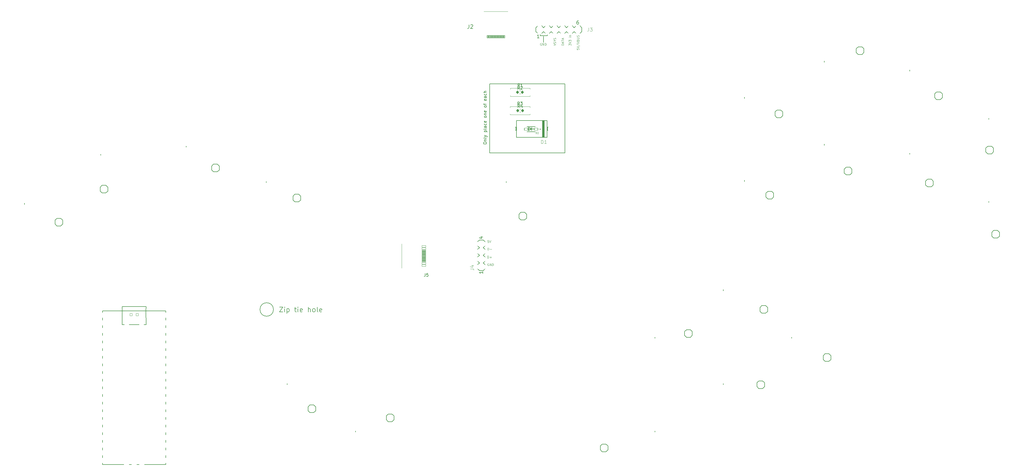
<source format=gto>
%TF.GenerationSoftware,KiCad,Pcbnew,7.0.1*%
%TF.CreationDate,2023-04-12T17:14:02-06:00*%
%TF.ProjectId,OF1 v1,4f463120-7631-42e6-9b69-6361645f7063,rev?*%
%TF.SameCoordinates,Original*%
%TF.FileFunction,Legend,Top*%
%TF.FilePolarity,Positive*%
%FSLAX46Y46*%
G04 Gerber Fmt 4.6, Leading zero omitted, Abs format (unit mm)*
G04 Created by KiCad (PCBNEW 7.0.1) date 2023-04-12 17:14:02*
%MOMM*%
%LPD*%
G01*
G04 APERTURE LIST*
G04 Aperture macros list*
%AMRoundRect*
0 Rectangle with rounded corners*
0 $1 Rounding radius*
0 $2 $3 $4 $5 $6 $7 $8 $9 X,Y pos of 4 corners*
0 Add a 4 corners polygon primitive as box body*
4,1,4,$2,$3,$4,$5,$6,$7,$8,$9,$2,$3,0*
0 Add four circle primitives for the rounded corners*
1,1,$1+$1,$2,$3*
1,1,$1+$1,$4,$5*
1,1,$1+$1,$6,$7*
1,1,$1+$1,$8,$9*
0 Add four rect primitives between the rounded corners*
20,1,$1+$1,$2,$3,$4,$5,0*
20,1,$1+$1,$4,$5,$6,$7,0*
20,1,$1+$1,$6,$7,$8,$9,0*
20,1,$1+$1,$8,$9,$2,$3,0*%
%AMFreePoly0*
4,1,17,0.425901,0.806901,0.806901,0.425901,0.825500,0.381000,0.825500,-0.381000,0.806901,-0.425901,0.425901,-0.806901,0.381000,-0.825500,-0.381000,-0.825500,-0.425901,-0.806901,-0.806901,-0.425901,-0.825500,-0.381000,-0.825500,0.381000,-0.806901,0.425901,-0.425901,0.806901,-0.381000,0.825500,0.381000,0.825500,0.425901,0.806901,0.425901,0.806901,$1*%
G04 Aperture macros list end*
%ADD10C,0.200000*%
%ADD11C,0.065024*%
%ADD12C,0.142240*%
%ADD13C,0.114300*%
%ADD14C,0.127000*%
%ADD15C,0.150000*%
%ADD16C,0.044941*%
%ADD17C,0.152400*%
%ADD18C,0.120000*%
%ADD19C,0.020000*%
%ADD20O,3.175000X1.651000*%
%ADD21C,3.000000*%
%ADD22C,1.701800*%
%ADD23C,3.987800*%
%ADD24C,2.374900*%
%ADD25FreePoly0,0.000000*%
%ADD26O,4.622800X2.374900*%
%ADD27C,9.000000*%
%ADD28C,8.000000*%
%ADD29RoundRect,0.063500X0.605000X0.365000X-0.605000X0.365000X-0.605000X-0.365000X0.605000X-0.365000X0*%
%ADD30RoundRect,0.200000X-0.200000X-0.275000X0.200000X-0.275000X0.200000X0.275000X-0.200000X0.275000X0*%
%ADD31C,8.500000*%
%ADD32C,0.650000*%
%ADD33RoundRect,0.063500X-0.150000X-0.450000X0.150000X-0.450000X0.150000X0.450000X-0.150000X0.450000X0*%
%ADD34C,0.777000*%
%ADD35O,0.877000X1.627000*%
%ADD36C,1.600000*%
%ADD37O,1.600000X1.600000*%
%ADD38C,1.500000*%
%ADD39C,2.100000*%
%ADD40O,3.327000X1.727000*%
%ADD41O,1.727000X3.327000*%
%ADD42RoundRect,0.063500X-0.400000X-0.400000X0.400000X-0.400000X0.400000X0.400000X-0.400000X0.400000X0*%
%ADD43RoundRect,0.063500X-0.620000X0.300000X-0.620000X-0.300000X0.620000X-0.300000X0.620000X0.300000X0*%
%ADD44RoundRect,0.063500X-0.620000X0.150000X-0.620000X-0.150000X0.620000X-0.150000X0.620000X0.150000X0*%
%ADD45O,2.227000X1.127000*%
%ADD46O,1.927000X1.127000*%
%ADD47O,1.651000X3.175000*%
G04 APERTURE END LIST*
D10*
X73737165Y-125753600D02*
G75*
G03*
X73737165Y-125753600I-2236065J0D01*
G01*
X145501100Y-50753600D02*
X170501100Y-50753600D01*
X170501100Y-50753600D02*
X170501100Y-73753600D01*
X170501100Y-73753600D02*
X145501100Y-73753600D01*
X162272621Y-34794232D02*
X164674246Y-34794232D01*
X145501100Y-73753600D02*
X145501100Y-50753600D01*
X164706284Y-33815094D02*
X164690587Y-33799397D01*
X163421272Y-34948854D02*
X163421272Y-36958357D01*
X164691100Y-34802747D02*
X164691100Y-34410263D01*
X162272621Y-34378054D02*
X162272621Y-34801935D01*
D11*
X145220615Y-110496176D02*
X145149398Y-110460568D01*
X145149398Y-110460568D02*
X145042573Y-110460568D01*
X145042573Y-110460568D02*
X144935748Y-110496176D01*
X144935748Y-110496176D02*
X144864531Y-110567393D01*
X144864531Y-110567393D02*
X144828922Y-110638610D01*
X144828922Y-110638610D02*
X144793314Y-110781043D01*
X144793314Y-110781043D02*
X144793314Y-110887868D01*
X144793314Y-110887868D02*
X144828922Y-111030302D01*
X144828922Y-111030302D02*
X144864531Y-111101519D01*
X144864531Y-111101519D02*
X144935748Y-111172736D01*
X144935748Y-111172736D02*
X145042573Y-111208344D01*
X145042573Y-111208344D02*
X145113789Y-111208344D01*
X145113789Y-111208344D02*
X145220615Y-111172736D01*
X145220615Y-111172736D02*
X145256223Y-111137127D01*
X145256223Y-111137127D02*
X145256223Y-110887868D01*
X145256223Y-110887868D02*
X145113789Y-110887868D01*
X145576698Y-111208344D02*
X145576698Y-110460568D01*
X145576698Y-110460568D02*
X146003999Y-111208344D01*
X146003999Y-111208344D02*
X146003999Y-110460568D01*
X146360082Y-111208344D02*
X146360082Y-110460568D01*
X146360082Y-110460568D02*
X146538124Y-110460568D01*
X146538124Y-110460568D02*
X146644949Y-110496176D01*
X146644949Y-110496176D02*
X146716166Y-110567393D01*
X146716166Y-110567393D02*
X146751775Y-110638610D01*
X146751775Y-110638610D02*
X146787383Y-110781043D01*
X146787383Y-110781043D02*
X146787383Y-110887868D01*
X146787383Y-110887868D02*
X146751775Y-111030302D01*
X146751775Y-111030302D02*
X146716166Y-111101519D01*
X146716166Y-111101519D02*
X146644949Y-111172736D01*
X146644949Y-111172736D02*
X146538124Y-111208344D01*
X146538124Y-111208344D02*
X146360082Y-111208344D01*
X171793932Y-37993174D02*
X171793932Y-37530265D01*
X171793932Y-37530265D02*
X172078799Y-37779524D01*
X172078799Y-37779524D02*
X172078799Y-37672699D01*
X172078799Y-37672699D02*
X172114407Y-37601482D01*
X172114407Y-37601482D02*
X172150016Y-37565874D01*
X172150016Y-37565874D02*
X172221232Y-37530265D01*
X172221232Y-37530265D02*
X172399274Y-37530265D01*
X172399274Y-37530265D02*
X172470491Y-37565874D01*
X172470491Y-37565874D02*
X172506100Y-37601482D01*
X172506100Y-37601482D02*
X172541708Y-37672699D01*
X172541708Y-37672699D02*
X172541708Y-37886349D01*
X172541708Y-37886349D02*
X172506100Y-37957566D01*
X172506100Y-37957566D02*
X172470491Y-37993174D01*
X171793932Y-37316615D02*
X172541708Y-37067356D01*
X172541708Y-37067356D02*
X171793932Y-36818097D01*
X171793932Y-36640055D02*
X171793932Y-36177146D01*
X171793932Y-36177146D02*
X172078799Y-36426405D01*
X172078799Y-36426405D02*
X172078799Y-36319580D01*
X172078799Y-36319580D02*
X172114407Y-36248363D01*
X172114407Y-36248363D02*
X172150016Y-36212755D01*
X172150016Y-36212755D02*
X172221232Y-36177146D01*
X172221232Y-36177146D02*
X172399274Y-36177146D01*
X172399274Y-36177146D02*
X172470491Y-36212755D01*
X172470491Y-36212755D02*
X172506100Y-36248363D01*
X172506100Y-36248363D02*
X172541708Y-36319580D01*
X172541708Y-36319580D02*
X172541708Y-36533230D01*
X172541708Y-36533230D02*
X172506100Y-36604447D01*
X172506100Y-36604447D02*
X172470491Y-36640055D01*
X172541708Y-35286937D02*
X172043191Y-35286937D01*
X171793932Y-35286937D02*
X171829540Y-35322545D01*
X171829540Y-35322545D02*
X171865149Y-35286937D01*
X171865149Y-35286937D02*
X171829540Y-35251328D01*
X171829540Y-35251328D02*
X171793932Y-35286937D01*
X171793932Y-35286937D02*
X171865149Y-35286937D01*
X172043191Y-34930853D02*
X172541708Y-34930853D01*
X172114407Y-34930853D02*
X172078799Y-34895244D01*
X172078799Y-34895244D02*
X172043191Y-34824027D01*
X172043191Y-34824027D02*
X172043191Y-34717202D01*
X172043191Y-34717202D02*
X172078799Y-34645986D01*
X172078799Y-34645986D02*
X172150016Y-34610377D01*
X172150016Y-34610377D02*
X172541708Y-34610377D01*
X174456597Y-39045214D02*
X174456597Y-39401298D01*
X174456597Y-39401298D02*
X174812681Y-39436906D01*
X174812681Y-39436906D02*
X174777072Y-39401298D01*
X174777072Y-39401298D02*
X174741464Y-39330081D01*
X174741464Y-39330081D02*
X174741464Y-39152039D01*
X174741464Y-39152039D02*
X174777072Y-39080822D01*
X174777072Y-39080822D02*
X174812681Y-39045214D01*
X174812681Y-39045214D02*
X174883897Y-39009605D01*
X174883897Y-39009605D02*
X175061939Y-39009605D01*
X175061939Y-39009605D02*
X175133156Y-39045214D01*
X175133156Y-39045214D02*
X175168765Y-39080822D01*
X175168765Y-39080822D02*
X175204373Y-39152039D01*
X175204373Y-39152039D02*
X175204373Y-39330081D01*
X175204373Y-39330081D02*
X175168765Y-39401298D01*
X175168765Y-39401298D02*
X175133156Y-39436906D01*
X174456597Y-38795955D02*
X175204373Y-38546696D01*
X175204373Y-38546696D02*
X174456597Y-38297437D01*
X174420989Y-37514053D02*
X175382415Y-38155004D01*
X174456597Y-37371620D02*
X175204373Y-37122361D01*
X175204373Y-37122361D02*
X174456597Y-36873102D01*
X174812681Y-36374585D02*
X174848289Y-36267760D01*
X174848289Y-36267760D02*
X174883897Y-36232151D01*
X174883897Y-36232151D02*
X174955114Y-36196543D01*
X174955114Y-36196543D02*
X175061939Y-36196543D01*
X175061939Y-36196543D02*
X175133156Y-36232151D01*
X175133156Y-36232151D02*
X175168765Y-36267760D01*
X175168765Y-36267760D02*
X175204373Y-36338977D01*
X175204373Y-36338977D02*
X175204373Y-36623844D01*
X175204373Y-36623844D02*
X174456597Y-36623844D01*
X174456597Y-36623844D02*
X174456597Y-36374585D01*
X174456597Y-36374585D02*
X174492205Y-36303368D01*
X174492205Y-36303368D02*
X174527814Y-36267760D01*
X174527814Y-36267760D02*
X174599030Y-36232151D01*
X174599030Y-36232151D02*
X174670247Y-36232151D01*
X174670247Y-36232151D02*
X174741464Y-36267760D01*
X174741464Y-36267760D02*
X174777072Y-36303368D01*
X174777072Y-36303368D02*
X174812681Y-36374585D01*
X174812681Y-36374585D02*
X174812681Y-36623844D01*
X174456597Y-35876068D02*
X175061939Y-35876068D01*
X175061939Y-35876068D02*
X175133156Y-35840459D01*
X175133156Y-35840459D02*
X175168765Y-35804851D01*
X175168765Y-35804851D02*
X175204373Y-35733634D01*
X175204373Y-35733634D02*
X175204373Y-35591201D01*
X175204373Y-35591201D02*
X175168765Y-35519984D01*
X175168765Y-35519984D02*
X175133156Y-35484375D01*
X175133156Y-35484375D02*
X175061939Y-35448767D01*
X175061939Y-35448767D02*
X174456597Y-35448767D01*
X175168765Y-35128292D02*
X175204373Y-35021467D01*
X175204373Y-35021467D02*
X175204373Y-34843425D01*
X175204373Y-34843425D02*
X175168765Y-34772208D01*
X175168765Y-34772208D02*
X175133156Y-34736600D01*
X175133156Y-34736600D02*
X175061939Y-34700991D01*
X175061939Y-34700991D02*
X174990723Y-34700991D01*
X174990723Y-34700991D02*
X174919506Y-34736600D01*
X174919506Y-34736600D02*
X174883897Y-34772208D01*
X174883897Y-34772208D02*
X174848289Y-34843425D01*
X174848289Y-34843425D02*
X174812681Y-34985858D01*
X174812681Y-34985858D02*
X174777072Y-35057075D01*
X174777072Y-35057075D02*
X174741464Y-35092684D01*
X174741464Y-35092684D02*
X174670247Y-35128292D01*
X174670247Y-35128292D02*
X174599030Y-35128292D01*
X174599030Y-35128292D02*
X174527814Y-35092684D01*
X174527814Y-35092684D02*
X174492205Y-35057075D01*
X174492205Y-35057075D02*
X174456597Y-34985858D01*
X174456597Y-34985858D02*
X174456597Y-34807817D01*
X174456597Y-34807817D02*
X174492205Y-34700991D01*
X144855887Y-106018412D02*
X144855887Y-105270636D01*
X144855887Y-105270636D02*
X145033929Y-105270636D01*
X145033929Y-105270636D02*
X145140754Y-105306244D01*
X145140754Y-105306244D02*
X145211971Y-105377461D01*
X145211971Y-105377461D02*
X145247580Y-105448678D01*
X145247580Y-105448678D02*
X145283188Y-105591111D01*
X145283188Y-105591111D02*
X145283188Y-105697936D01*
X145283188Y-105697936D02*
X145247580Y-105840370D01*
X145247580Y-105840370D02*
X145211971Y-105911587D01*
X145211971Y-105911587D02*
X145140754Y-105982804D01*
X145140754Y-105982804D02*
X145033929Y-106018412D01*
X145033929Y-106018412D02*
X144855887Y-106018412D01*
X145603663Y-105733545D02*
X146173398Y-105733545D01*
X166748411Y-38028783D02*
X167496187Y-37779524D01*
X167496187Y-37779524D02*
X166748411Y-37530265D01*
X167460579Y-37316615D02*
X167496187Y-37209790D01*
X167496187Y-37209790D02*
X167496187Y-37031748D01*
X167496187Y-37031748D02*
X167460579Y-36960531D01*
X167460579Y-36960531D02*
X167424970Y-36924923D01*
X167424970Y-36924923D02*
X167353753Y-36889314D01*
X167353753Y-36889314D02*
X167282537Y-36889314D01*
X167282537Y-36889314D02*
X167211320Y-36924923D01*
X167211320Y-36924923D02*
X167175711Y-36960531D01*
X167175711Y-36960531D02*
X167140103Y-37031748D01*
X167140103Y-37031748D02*
X167104495Y-37174181D01*
X167104495Y-37174181D02*
X167068886Y-37245398D01*
X167068886Y-37245398D02*
X167033278Y-37281007D01*
X167033278Y-37281007D02*
X166962061Y-37316615D01*
X166962061Y-37316615D02*
X166890844Y-37316615D01*
X166890844Y-37316615D02*
X166819628Y-37281007D01*
X166819628Y-37281007D02*
X166784019Y-37245398D01*
X166784019Y-37245398D02*
X166748411Y-37174181D01*
X166748411Y-37174181D02*
X166748411Y-36996140D01*
X166748411Y-36996140D02*
X166784019Y-36889314D01*
X167140103Y-36426405D02*
X167496187Y-36426405D01*
X166748411Y-36675664D02*
X167140103Y-36426405D01*
X167140103Y-36426405D02*
X166748411Y-36177146D01*
X167460579Y-35963496D02*
X167496187Y-35856671D01*
X167496187Y-35856671D02*
X167496187Y-35678629D01*
X167496187Y-35678629D02*
X167460579Y-35607412D01*
X167460579Y-35607412D02*
X167424970Y-35571804D01*
X167424970Y-35571804D02*
X167353753Y-35536195D01*
X167353753Y-35536195D02*
X167282537Y-35536195D01*
X167282537Y-35536195D02*
X167211320Y-35571804D01*
X167211320Y-35571804D02*
X167175711Y-35607412D01*
X167175711Y-35607412D02*
X167140103Y-35678629D01*
X167140103Y-35678629D02*
X167104495Y-35821062D01*
X167104495Y-35821062D02*
X167068886Y-35892279D01*
X167068886Y-35892279D02*
X167033278Y-35927888D01*
X167033278Y-35927888D02*
X166962061Y-35963496D01*
X166962061Y-35963496D02*
X166890844Y-35963496D01*
X166890844Y-35963496D02*
X166819628Y-35927888D01*
X166819628Y-35927888D02*
X166784019Y-35892279D01*
X166784019Y-35892279D02*
X166748411Y-35821062D01*
X166748411Y-35821062D02*
X166748411Y-35643021D01*
X166748411Y-35643021D02*
X166784019Y-35536195D01*
X170108687Y-37921958D02*
X169360911Y-37921958D01*
X169360911Y-37921958D02*
X169360911Y-37743916D01*
X169360911Y-37743916D02*
X169396519Y-37637091D01*
X169396519Y-37637091D02*
X169467736Y-37565874D01*
X169467736Y-37565874D02*
X169538953Y-37530265D01*
X169538953Y-37530265D02*
X169681386Y-37494657D01*
X169681386Y-37494657D02*
X169788211Y-37494657D01*
X169788211Y-37494657D02*
X169930645Y-37530265D01*
X169930645Y-37530265D02*
X170001862Y-37565874D01*
X170001862Y-37565874D02*
X170073079Y-37637091D01*
X170073079Y-37637091D02*
X170108687Y-37743916D01*
X170108687Y-37743916D02*
X170108687Y-37921958D01*
X169895037Y-37209790D02*
X169895037Y-36853706D01*
X170108687Y-37281007D02*
X169360911Y-37031748D01*
X169360911Y-37031748D02*
X170108687Y-36782489D01*
X169360911Y-36640056D02*
X169360911Y-36212755D01*
X170108687Y-36426405D02*
X169360911Y-36426405D01*
X169895037Y-35999105D02*
X169895037Y-35643021D01*
X170108687Y-36070322D02*
X169360911Y-35821063D01*
X169360911Y-35821063D02*
X170108687Y-35571804D01*
X162719724Y-37296319D02*
X162648507Y-37260711D01*
X162648507Y-37260711D02*
X162541682Y-37260711D01*
X162541682Y-37260711D02*
X162434857Y-37296319D01*
X162434857Y-37296319D02*
X162363640Y-37367536D01*
X162363640Y-37367536D02*
X162328031Y-37438753D01*
X162328031Y-37438753D02*
X162292423Y-37581186D01*
X162292423Y-37581186D02*
X162292423Y-37688011D01*
X162292423Y-37688011D02*
X162328031Y-37830445D01*
X162328031Y-37830445D02*
X162363640Y-37901662D01*
X162363640Y-37901662D02*
X162434857Y-37972879D01*
X162434857Y-37972879D02*
X162541682Y-38008487D01*
X162541682Y-38008487D02*
X162612898Y-38008487D01*
X162612898Y-38008487D02*
X162719724Y-37972879D01*
X162719724Y-37972879D02*
X162755332Y-37937270D01*
X162755332Y-37937270D02*
X162755332Y-37688011D01*
X162755332Y-37688011D02*
X162612898Y-37688011D01*
X163075807Y-38008487D02*
X163075807Y-37260711D01*
X163075807Y-37260711D02*
X163503108Y-38008487D01*
X163503108Y-38008487D02*
X163503108Y-37260711D01*
X163859191Y-38008487D02*
X163859191Y-37260711D01*
X163859191Y-37260711D02*
X164037233Y-37260711D01*
X164037233Y-37260711D02*
X164144058Y-37296319D01*
X164144058Y-37296319D02*
X164215275Y-37367536D01*
X164215275Y-37367536D02*
X164250884Y-37438753D01*
X164250884Y-37438753D02*
X164286492Y-37581186D01*
X164286492Y-37581186D02*
X164286492Y-37688011D01*
X164286492Y-37688011D02*
X164250884Y-37830445D01*
X164250884Y-37830445D02*
X164215275Y-37901662D01*
X164215275Y-37901662D02*
X164144058Y-37972879D01*
X164144058Y-37972879D02*
X164037233Y-38008487D01*
X164037233Y-38008487D02*
X163859191Y-38008487D01*
D12*
X143455988Y-70540716D02*
X143455988Y-70350240D01*
X143455988Y-70350240D02*
X143503607Y-70255002D01*
X143503607Y-70255002D02*
X143598845Y-70159764D01*
X143598845Y-70159764D02*
X143789321Y-70112145D01*
X143789321Y-70112145D02*
X144122654Y-70112145D01*
X144122654Y-70112145D02*
X144313130Y-70159764D01*
X144313130Y-70159764D02*
X144408369Y-70255002D01*
X144408369Y-70255002D02*
X144455988Y-70350240D01*
X144455988Y-70350240D02*
X144455988Y-70540716D01*
X144455988Y-70540716D02*
X144408369Y-70635954D01*
X144408369Y-70635954D02*
X144313130Y-70731192D01*
X144313130Y-70731192D02*
X144122654Y-70778811D01*
X144122654Y-70778811D02*
X143789321Y-70778811D01*
X143789321Y-70778811D02*
X143598845Y-70731192D01*
X143598845Y-70731192D02*
X143503607Y-70635954D01*
X143503607Y-70635954D02*
X143455988Y-70540716D01*
X143789321Y-69683573D02*
X144455988Y-69683573D01*
X143884559Y-69683573D02*
X143836940Y-69635954D01*
X143836940Y-69635954D02*
X143789321Y-69540716D01*
X143789321Y-69540716D02*
X143789321Y-69397859D01*
X143789321Y-69397859D02*
X143836940Y-69302621D01*
X143836940Y-69302621D02*
X143932178Y-69255002D01*
X143932178Y-69255002D02*
X144455988Y-69255002D01*
X144455988Y-68635954D02*
X144408369Y-68731192D01*
X144408369Y-68731192D02*
X144313130Y-68778811D01*
X144313130Y-68778811D02*
X143455988Y-68778811D01*
X143789321Y-68350239D02*
X144455988Y-68112144D01*
X143789321Y-67874049D02*
X144455988Y-68112144D01*
X144455988Y-68112144D02*
X144694083Y-68207382D01*
X144694083Y-68207382D02*
X144741702Y-68255001D01*
X144741702Y-68255001D02*
X144789321Y-68350239D01*
X143789321Y-66731191D02*
X144789321Y-66731191D01*
X143836940Y-66731191D02*
X143789321Y-66635953D01*
X143789321Y-66635953D02*
X143789321Y-66445477D01*
X143789321Y-66445477D02*
X143836940Y-66350239D01*
X143836940Y-66350239D02*
X143884559Y-66302620D01*
X143884559Y-66302620D02*
X143979797Y-66255001D01*
X143979797Y-66255001D02*
X144265511Y-66255001D01*
X144265511Y-66255001D02*
X144360749Y-66302620D01*
X144360749Y-66302620D02*
X144408369Y-66350239D01*
X144408369Y-66350239D02*
X144455988Y-66445477D01*
X144455988Y-66445477D02*
X144455988Y-66635953D01*
X144455988Y-66635953D02*
X144408369Y-66731191D01*
X144455988Y-65683572D02*
X144408369Y-65778810D01*
X144408369Y-65778810D02*
X144313130Y-65826429D01*
X144313130Y-65826429D02*
X143455988Y-65826429D01*
X144455988Y-64874048D02*
X143932178Y-64874048D01*
X143932178Y-64874048D02*
X143836940Y-64921667D01*
X143836940Y-64921667D02*
X143789321Y-65016905D01*
X143789321Y-65016905D02*
X143789321Y-65207381D01*
X143789321Y-65207381D02*
X143836940Y-65302619D01*
X144408369Y-64874048D02*
X144455988Y-64969286D01*
X144455988Y-64969286D02*
X144455988Y-65207381D01*
X144455988Y-65207381D02*
X144408369Y-65302619D01*
X144408369Y-65302619D02*
X144313130Y-65350238D01*
X144313130Y-65350238D02*
X144217892Y-65350238D01*
X144217892Y-65350238D02*
X144122654Y-65302619D01*
X144122654Y-65302619D02*
X144075035Y-65207381D01*
X144075035Y-65207381D02*
X144075035Y-64969286D01*
X144075035Y-64969286D02*
X144027416Y-64874048D01*
X144408369Y-63969286D02*
X144455988Y-64064524D01*
X144455988Y-64064524D02*
X144455988Y-64255000D01*
X144455988Y-64255000D02*
X144408369Y-64350238D01*
X144408369Y-64350238D02*
X144360749Y-64397857D01*
X144360749Y-64397857D02*
X144265511Y-64445476D01*
X144265511Y-64445476D02*
X143979797Y-64445476D01*
X143979797Y-64445476D02*
X143884559Y-64397857D01*
X143884559Y-64397857D02*
X143836940Y-64350238D01*
X143836940Y-64350238D02*
X143789321Y-64255000D01*
X143789321Y-64255000D02*
X143789321Y-64064524D01*
X143789321Y-64064524D02*
X143836940Y-63969286D01*
X144408369Y-63159762D02*
X144455988Y-63255000D01*
X144455988Y-63255000D02*
X144455988Y-63445476D01*
X144455988Y-63445476D02*
X144408369Y-63540714D01*
X144408369Y-63540714D02*
X144313130Y-63588333D01*
X144313130Y-63588333D02*
X143932178Y-63588333D01*
X143932178Y-63588333D02*
X143836940Y-63540714D01*
X143836940Y-63540714D02*
X143789321Y-63445476D01*
X143789321Y-63445476D02*
X143789321Y-63255000D01*
X143789321Y-63255000D02*
X143836940Y-63159762D01*
X143836940Y-63159762D02*
X143932178Y-63112143D01*
X143932178Y-63112143D02*
X144027416Y-63112143D01*
X144027416Y-63112143D02*
X144122654Y-63588333D01*
X144455988Y-61778809D02*
X144408369Y-61874047D01*
X144408369Y-61874047D02*
X144360749Y-61921666D01*
X144360749Y-61921666D02*
X144265511Y-61969285D01*
X144265511Y-61969285D02*
X143979797Y-61969285D01*
X143979797Y-61969285D02*
X143884559Y-61921666D01*
X143884559Y-61921666D02*
X143836940Y-61874047D01*
X143836940Y-61874047D02*
X143789321Y-61778809D01*
X143789321Y-61778809D02*
X143789321Y-61635952D01*
X143789321Y-61635952D02*
X143836940Y-61540714D01*
X143836940Y-61540714D02*
X143884559Y-61493095D01*
X143884559Y-61493095D02*
X143979797Y-61445476D01*
X143979797Y-61445476D02*
X144265511Y-61445476D01*
X144265511Y-61445476D02*
X144360749Y-61493095D01*
X144360749Y-61493095D02*
X144408369Y-61540714D01*
X144408369Y-61540714D02*
X144455988Y-61635952D01*
X144455988Y-61635952D02*
X144455988Y-61778809D01*
X143789321Y-61016904D02*
X144455988Y-61016904D01*
X143884559Y-61016904D02*
X143836940Y-60969285D01*
X143836940Y-60969285D02*
X143789321Y-60874047D01*
X143789321Y-60874047D02*
X143789321Y-60731190D01*
X143789321Y-60731190D02*
X143836940Y-60635952D01*
X143836940Y-60635952D02*
X143932178Y-60588333D01*
X143932178Y-60588333D02*
X144455988Y-60588333D01*
X144408369Y-59731190D02*
X144455988Y-59826428D01*
X144455988Y-59826428D02*
X144455988Y-60016904D01*
X144455988Y-60016904D02*
X144408369Y-60112142D01*
X144408369Y-60112142D02*
X144313130Y-60159761D01*
X144313130Y-60159761D02*
X143932178Y-60159761D01*
X143932178Y-60159761D02*
X143836940Y-60112142D01*
X143836940Y-60112142D02*
X143789321Y-60016904D01*
X143789321Y-60016904D02*
X143789321Y-59826428D01*
X143789321Y-59826428D02*
X143836940Y-59731190D01*
X143836940Y-59731190D02*
X143932178Y-59683571D01*
X143932178Y-59683571D02*
X144027416Y-59683571D01*
X144027416Y-59683571D02*
X144122654Y-60159761D01*
X144455988Y-58350237D02*
X144408369Y-58445475D01*
X144408369Y-58445475D02*
X144360749Y-58493094D01*
X144360749Y-58493094D02*
X144265511Y-58540713D01*
X144265511Y-58540713D02*
X143979797Y-58540713D01*
X143979797Y-58540713D02*
X143884559Y-58493094D01*
X143884559Y-58493094D02*
X143836940Y-58445475D01*
X143836940Y-58445475D02*
X143789321Y-58350237D01*
X143789321Y-58350237D02*
X143789321Y-58207380D01*
X143789321Y-58207380D02*
X143836940Y-58112142D01*
X143836940Y-58112142D02*
X143884559Y-58064523D01*
X143884559Y-58064523D02*
X143979797Y-58016904D01*
X143979797Y-58016904D02*
X144265511Y-58016904D01*
X144265511Y-58016904D02*
X144360749Y-58064523D01*
X144360749Y-58064523D02*
X144408369Y-58112142D01*
X144408369Y-58112142D02*
X144455988Y-58207380D01*
X144455988Y-58207380D02*
X144455988Y-58350237D01*
X143789321Y-57731189D02*
X143789321Y-57350237D01*
X144455988Y-57588332D02*
X143598845Y-57588332D01*
X143598845Y-57588332D02*
X143503607Y-57540713D01*
X143503607Y-57540713D02*
X143455988Y-57445475D01*
X143455988Y-57445475D02*
X143455988Y-57350237D01*
X144408369Y-55874046D02*
X144455988Y-55969284D01*
X144455988Y-55969284D02*
X144455988Y-56159760D01*
X144455988Y-56159760D02*
X144408369Y-56254998D01*
X144408369Y-56254998D02*
X144313130Y-56302617D01*
X144313130Y-56302617D02*
X143932178Y-56302617D01*
X143932178Y-56302617D02*
X143836940Y-56254998D01*
X143836940Y-56254998D02*
X143789321Y-56159760D01*
X143789321Y-56159760D02*
X143789321Y-55969284D01*
X143789321Y-55969284D02*
X143836940Y-55874046D01*
X143836940Y-55874046D02*
X143932178Y-55826427D01*
X143932178Y-55826427D02*
X144027416Y-55826427D01*
X144027416Y-55826427D02*
X144122654Y-56302617D01*
X144455988Y-54969284D02*
X143932178Y-54969284D01*
X143932178Y-54969284D02*
X143836940Y-55016903D01*
X143836940Y-55016903D02*
X143789321Y-55112141D01*
X143789321Y-55112141D02*
X143789321Y-55302617D01*
X143789321Y-55302617D02*
X143836940Y-55397855D01*
X144408369Y-54969284D02*
X144455988Y-55064522D01*
X144455988Y-55064522D02*
X144455988Y-55302617D01*
X144455988Y-55302617D02*
X144408369Y-55397855D01*
X144408369Y-55397855D02*
X144313130Y-55445474D01*
X144313130Y-55445474D02*
X144217892Y-55445474D01*
X144217892Y-55445474D02*
X144122654Y-55397855D01*
X144122654Y-55397855D02*
X144075035Y-55302617D01*
X144075035Y-55302617D02*
X144075035Y-55064522D01*
X144075035Y-55064522D02*
X144027416Y-54969284D01*
X144408369Y-54064522D02*
X144455988Y-54159760D01*
X144455988Y-54159760D02*
X144455988Y-54350236D01*
X144455988Y-54350236D02*
X144408369Y-54445474D01*
X144408369Y-54445474D02*
X144360749Y-54493093D01*
X144360749Y-54493093D02*
X144265511Y-54540712D01*
X144265511Y-54540712D02*
X143979797Y-54540712D01*
X143979797Y-54540712D02*
X143884559Y-54493093D01*
X143884559Y-54493093D02*
X143836940Y-54445474D01*
X143836940Y-54445474D02*
X143789321Y-54350236D01*
X143789321Y-54350236D02*
X143789321Y-54159760D01*
X143789321Y-54159760D02*
X143836940Y-54064522D01*
X144455988Y-53635950D02*
X143455988Y-53635950D01*
X144455988Y-53207379D02*
X143932178Y-53207379D01*
X143932178Y-53207379D02*
X143836940Y-53254998D01*
X143836940Y-53254998D02*
X143789321Y-53350236D01*
X143789321Y-53350236D02*
X143789321Y-53493093D01*
X143789321Y-53493093D02*
X143836940Y-53588331D01*
X143836940Y-53588331D02*
X143884559Y-53635950D01*
X75734780Y-124917654D02*
X76825286Y-124917654D01*
X76825286Y-124917654D02*
X75734780Y-126553414D01*
X75734780Y-126553414D02*
X76825286Y-126553414D01*
X77448433Y-126553414D02*
X77448433Y-125462907D01*
X77448433Y-124917654D02*
X77370540Y-124995547D01*
X77370540Y-124995547D02*
X77448433Y-125073441D01*
X77448433Y-125073441D02*
X77526327Y-124995547D01*
X77526327Y-124995547D02*
X77448433Y-124917654D01*
X77448433Y-124917654D02*
X77448433Y-125073441D01*
X78227366Y-125462907D02*
X78227366Y-127098667D01*
X78227366Y-125540801D02*
X78383153Y-125462907D01*
X78383153Y-125462907D02*
X78694726Y-125462907D01*
X78694726Y-125462907D02*
X78850513Y-125540801D01*
X78850513Y-125540801D02*
X78928406Y-125618694D01*
X78928406Y-125618694D02*
X79006300Y-125774481D01*
X79006300Y-125774481D02*
X79006300Y-126241841D01*
X79006300Y-126241841D02*
X78928406Y-126397627D01*
X78928406Y-126397627D02*
X78850513Y-126475521D01*
X78850513Y-126475521D02*
X78694726Y-126553414D01*
X78694726Y-126553414D02*
X78383153Y-126553414D01*
X78383153Y-126553414D02*
X78227366Y-126475521D01*
X80719952Y-125462907D02*
X81343099Y-125462907D01*
X80953632Y-124917654D02*
X80953632Y-126319734D01*
X80953632Y-126319734D02*
X81031526Y-126475521D01*
X81031526Y-126475521D02*
X81187312Y-126553414D01*
X81187312Y-126553414D02*
X81343099Y-126553414D01*
X81888352Y-126553414D02*
X81888352Y-125462907D01*
X81888352Y-124917654D02*
X81810459Y-124995547D01*
X81810459Y-124995547D02*
X81888352Y-125073441D01*
X81888352Y-125073441D02*
X81966246Y-124995547D01*
X81966246Y-124995547D02*
X81888352Y-124917654D01*
X81888352Y-124917654D02*
X81888352Y-125073441D01*
X83290432Y-126475521D02*
X83134645Y-126553414D01*
X83134645Y-126553414D02*
X82823072Y-126553414D01*
X82823072Y-126553414D02*
X82667285Y-126475521D01*
X82667285Y-126475521D02*
X82589392Y-126319734D01*
X82589392Y-126319734D02*
X82589392Y-125696587D01*
X82589392Y-125696587D02*
X82667285Y-125540801D01*
X82667285Y-125540801D02*
X82823072Y-125462907D01*
X82823072Y-125462907D02*
X83134645Y-125462907D01*
X83134645Y-125462907D02*
X83290432Y-125540801D01*
X83290432Y-125540801D02*
X83368325Y-125696587D01*
X83368325Y-125696587D02*
X83368325Y-125852374D01*
X83368325Y-125852374D02*
X82589392Y-126008161D01*
X85315658Y-126553414D02*
X85315658Y-124917654D01*
X86016698Y-126553414D02*
X86016698Y-125696587D01*
X86016698Y-125696587D02*
X85938805Y-125540801D01*
X85938805Y-125540801D02*
X85783018Y-125462907D01*
X85783018Y-125462907D02*
X85549338Y-125462907D01*
X85549338Y-125462907D02*
X85393552Y-125540801D01*
X85393552Y-125540801D02*
X85315658Y-125618694D01*
X87029311Y-126553414D02*
X86873525Y-126475521D01*
X86873525Y-126475521D02*
X86795631Y-126397627D01*
X86795631Y-126397627D02*
X86717738Y-126241841D01*
X86717738Y-126241841D02*
X86717738Y-125774481D01*
X86717738Y-125774481D02*
X86795631Y-125618694D01*
X86795631Y-125618694D02*
X86873525Y-125540801D01*
X86873525Y-125540801D02*
X87029311Y-125462907D01*
X87029311Y-125462907D02*
X87262991Y-125462907D01*
X87262991Y-125462907D02*
X87418778Y-125540801D01*
X87418778Y-125540801D02*
X87496671Y-125618694D01*
X87496671Y-125618694D02*
X87574565Y-125774481D01*
X87574565Y-125774481D02*
X87574565Y-126241841D01*
X87574565Y-126241841D02*
X87496671Y-126397627D01*
X87496671Y-126397627D02*
X87418778Y-126475521D01*
X87418778Y-126475521D02*
X87262991Y-126553414D01*
X87262991Y-126553414D02*
X87029311Y-126553414D01*
X88509284Y-126553414D02*
X88353498Y-126475521D01*
X88353498Y-126475521D02*
X88275604Y-126319734D01*
X88275604Y-126319734D02*
X88275604Y-124917654D01*
X89755578Y-126475521D02*
X89599791Y-126553414D01*
X89599791Y-126553414D02*
X89288218Y-126553414D01*
X89288218Y-126553414D02*
X89132431Y-126475521D01*
X89132431Y-126475521D02*
X89054538Y-126319734D01*
X89054538Y-126319734D02*
X89054538Y-125696587D01*
X89054538Y-125696587D02*
X89132431Y-125540801D01*
X89132431Y-125540801D02*
X89288218Y-125462907D01*
X89288218Y-125462907D02*
X89599791Y-125462907D01*
X89599791Y-125462907D02*
X89755578Y-125540801D01*
X89755578Y-125540801D02*
X89833471Y-125696587D01*
X89833471Y-125696587D02*
X89833471Y-125852374D01*
X89833471Y-125852374D02*
X89054538Y-126008161D01*
D11*
X145203843Y-102792436D02*
X144847759Y-102792436D01*
X144847759Y-102792436D02*
X144812151Y-103148520D01*
X144812151Y-103148520D02*
X144847759Y-103112911D01*
X144847759Y-103112911D02*
X144918976Y-103077303D01*
X144918976Y-103077303D02*
X145097018Y-103077303D01*
X145097018Y-103077303D02*
X145168235Y-103112911D01*
X145168235Y-103112911D02*
X145203843Y-103148520D01*
X145203843Y-103148520D02*
X145239452Y-103219736D01*
X145239452Y-103219736D02*
X145239452Y-103397778D01*
X145239452Y-103397778D02*
X145203843Y-103468995D01*
X145203843Y-103468995D02*
X145168235Y-103504604D01*
X145168235Y-103504604D02*
X145097018Y-103540212D01*
X145097018Y-103540212D02*
X144918976Y-103540212D01*
X144918976Y-103540212D02*
X144847759Y-103504604D01*
X144847759Y-103504604D02*
X144812151Y-103468995D01*
X145453102Y-102792436D02*
X145702361Y-103540212D01*
X145702361Y-103540212D02*
X145951620Y-102792436D01*
X144791250Y-108683700D02*
X144791250Y-107935924D01*
X144791250Y-107935924D02*
X144969292Y-107935924D01*
X144969292Y-107935924D02*
X145076117Y-107971532D01*
X145076117Y-107971532D02*
X145147334Y-108042749D01*
X145147334Y-108042749D02*
X145182943Y-108113966D01*
X145182943Y-108113966D02*
X145218551Y-108256399D01*
X145218551Y-108256399D02*
X145218551Y-108363224D01*
X145218551Y-108363224D02*
X145182943Y-108505658D01*
X145182943Y-108505658D02*
X145147334Y-108576875D01*
X145147334Y-108576875D02*
X145076117Y-108648092D01*
X145076117Y-108648092D02*
X144969292Y-108683700D01*
X144969292Y-108683700D02*
X144791250Y-108683700D01*
X145539026Y-108398833D02*
X146108761Y-108398833D01*
X145823893Y-108683700D02*
X145823893Y-108113966D01*
D13*
%TO.C,J4*%
X139078949Y-112228233D02*
X139904449Y-112228233D01*
X139904449Y-112228233D02*
X140069549Y-112283266D01*
X140069549Y-112283266D02*
X140179616Y-112393333D01*
X140179616Y-112393333D02*
X140234649Y-112558433D01*
X140234649Y-112558433D02*
X140234649Y-112668500D01*
X139464182Y-111182600D02*
X140234649Y-111182600D01*
X139023916Y-111457767D02*
X139849416Y-111732933D01*
X139849416Y-111732933D02*
X139849416Y-111017500D01*
D14*
X142478183Y-101657600D02*
X143240183Y-101657600D01*
X142042755Y-101929742D02*
X142859183Y-102201885D01*
X142859183Y-102201885D02*
X142859183Y-101494314D01*
X143240183Y-113105742D02*
X143240183Y-113758885D01*
X143240183Y-113432314D02*
X142097183Y-113432314D01*
X142097183Y-113432314D02*
X142260469Y-113541171D01*
X142260469Y-113541171D02*
X142369326Y-113650028D01*
X142369326Y-113650028D02*
X142423755Y-113758885D01*
D13*
%TO.C,D1*%
X162599899Y-70621652D02*
X162599899Y-69465952D01*
X162599899Y-69465952D02*
X162875066Y-69465952D01*
X162875066Y-69465952D02*
X163040166Y-69520985D01*
X163040166Y-69520985D02*
X163150233Y-69631052D01*
X163150233Y-69631052D02*
X163205266Y-69741119D01*
X163205266Y-69741119D02*
X163260299Y-69961252D01*
X163260299Y-69961252D02*
X163260299Y-70126352D01*
X163260299Y-70126352D02*
X163205266Y-70346485D01*
X163205266Y-70346485D02*
X163150233Y-70456552D01*
X163150233Y-70456552D02*
X163040166Y-70566619D01*
X163040166Y-70566619D02*
X162875066Y-70621652D01*
X162875066Y-70621652D02*
X162599899Y-70621652D01*
X164360966Y-70621652D02*
X163700566Y-70621652D01*
X164030766Y-70621652D02*
X164030766Y-69465952D01*
X164030766Y-69465952D02*
X163920699Y-69631052D01*
X163920699Y-69631052D02*
X163810633Y-69741119D01*
X163810633Y-69741119D02*
X163700566Y-69796152D01*
D15*
%TO.C,@HOLE11*%
%TO.C,@HOLE8*%
%TO.C,@HOLE0*%
D16*
%TO.C,D2*%
X160824655Y-67357924D02*
X160824655Y-66792250D01*
X160824655Y-66792250D02*
X160959339Y-66792250D01*
X160959339Y-66792250D02*
X161040150Y-66819187D01*
X161040150Y-66819187D02*
X161094023Y-66873061D01*
X161094023Y-66873061D02*
X161120960Y-66926935D01*
X161120960Y-66926935D02*
X161147897Y-67034682D01*
X161147897Y-67034682D02*
X161147897Y-67115493D01*
X161147897Y-67115493D02*
X161120960Y-67223240D01*
X161120960Y-67223240D02*
X161094023Y-67277114D01*
X161094023Y-67277114D02*
X161040150Y-67330988D01*
X161040150Y-67330988D02*
X160959339Y-67357924D01*
X160959339Y-67357924D02*
X160824655Y-67357924D01*
X161363392Y-66846124D02*
X161390329Y-66819187D01*
X161390329Y-66819187D02*
X161444203Y-66792250D01*
X161444203Y-66792250D02*
X161578887Y-66792250D01*
X161578887Y-66792250D02*
X161632761Y-66819187D01*
X161632761Y-66819187D02*
X161659697Y-66846124D01*
X161659697Y-66846124D02*
X161686634Y-66899998D01*
X161686634Y-66899998D02*
X161686634Y-66953872D01*
X161686634Y-66953872D02*
X161659697Y-67034682D01*
X161659697Y-67034682D02*
X161336455Y-67357924D01*
X161336455Y-67357924D02*
X161686634Y-67357924D01*
D15*
%TO.C,@HOLE9*%
%TO.C,R2*%
X155409712Y-52627710D02*
X155076379Y-52151519D01*
X154838284Y-52627710D02*
X154838284Y-51627710D01*
X154838284Y-51627710D02*
X155219236Y-51627710D01*
X155219236Y-51627710D02*
X155314474Y-51675329D01*
X155314474Y-51675329D02*
X155362093Y-51722948D01*
X155362093Y-51722948D02*
X155409712Y-51818186D01*
X155409712Y-51818186D02*
X155409712Y-51961043D01*
X155409712Y-51961043D02*
X155362093Y-52056281D01*
X155362093Y-52056281D02*
X155314474Y-52103900D01*
X155314474Y-52103900D02*
X155219236Y-52151519D01*
X155219236Y-52151519D02*
X154838284Y-52151519D01*
X155790665Y-51722948D02*
X155838284Y-51675329D01*
X155838284Y-51675329D02*
X155933522Y-51627710D01*
X155933522Y-51627710D02*
X156171617Y-51627710D01*
X156171617Y-51627710D02*
X156266855Y-51675329D01*
X156266855Y-51675329D02*
X156314474Y-51722948D01*
X156314474Y-51722948D02*
X156362093Y-51818186D01*
X156362093Y-51818186D02*
X156362093Y-51913424D01*
X156362093Y-51913424D02*
X156314474Y-52056281D01*
X156314474Y-52056281D02*
X155743046Y-52627710D01*
X155743046Y-52627710D02*
X156362093Y-52627710D01*
%TO.C,@HOLE14*%
%TO.C,J2*%
X138677553Y-31099425D02*
X138677553Y-32006568D01*
X138677553Y-32006568D02*
X138617076Y-32187996D01*
X138617076Y-32187996D02*
X138496124Y-32308949D01*
X138496124Y-32308949D02*
X138314695Y-32369425D01*
X138314695Y-32369425D02*
X138193743Y-32369425D01*
X139221838Y-31220377D02*
X139282314Y-31159901D01*
X139282314Y-31159901D02*
X139403267Y-31099425D01*
X139403267Y-31099425D02*
X139705648Y-31099425D01*
X139705648Y-31099425D02*
X139826600Y-31159901D01*
X139826600Y-31159901D02*
X139887076Y-31220377D01*
X139887076Y-31220377D02*
X139947553Y-31341329D01*
X139947553Y-31341329D02*
X139947553Y-31462282D01*
X139947553Y-31462282D02*
X139887076Y-31643710D01*
X139887076Y-31643710D02*
X139161362Y-32369425D01*
X139161362Y-32369425D02*
X139947553Y-32369425D01*
%TO.C,@HOLE13*%
%TO.C,@HOLE1*%
%TO.C,@HOLE2*%
%TO.C,R3*%
X155424809Y-57785010D02*
X155091476Y-57308819D01*
X154853381Y-57785010D02*
X154853381Y-56785010D01*
X154853381Y-56785010D02*
X155234333Y-56785010D01*
X155234333Y-56785010D02*
X155329571Y-56832629D01*
X155329571Y-56832629D02*
X155377190Y-56880248D01*
X155377190Y-56880248D02*
X155424809Y-56975486D01*
X155424809Y-56975486D02*
X155424809Y-57118343D01*
X155424809Y-57118343D02*
X155377190Y-57213581D01*
X155377190Y-57213581D02*
X155329571Y-57261200D01*
X155329571Y-57261200D02*
X155234333Y-57308819D01*
X155234333Y-57308819D02*
X154853381Y-57308819D01*
X155758143Y-56785010D02*
X156377190Y-56785010D01*
X156377190Y-56785010D02*
X156043857Y-57165962D01*
X156043857Y-57165962D02*
X156186714Y-57165962D01*
X156186714Y-57165962D02*
X156281952Y-57213581D01*
X156281952Y-57213581D02*
X156329571Y-57261200D01*
X156329571Y-57261200D02*
X156377190Y-57356438D01*
X156377190Y-57356438D02*
X156377190Y-57594533D01*
X156377190Y-57594533D02*
X156329571Y-57689771D01*
X156329571Y-57689771D02*
X156281952Y-57737391D01*
X156281952Y-57737391D02*
X156186714Y-57785010D01*
X156186714Y-57785010D02*
X155901000Y-57785010D01*
X155901000Y-57785010D02*
X155805762Y-57737391D01*
X155805762Y-57737391D02*
X155758143Y-57689771D01*
%TO.C,R4*%
X155484289Y-58696411D02*
X155150956Y-58220220D01*
X154912861Y-58696411D02*
X154912861Y-57696411D01*
X154912861Y-57696411D02*
X155293813Y-57696411D01*
X155293813Y-57696411D02*
X155389051Y-57744030D01*
X155389051Y-57744030D02*
X155436670Y-57791649D01*
X155436670Y-57791649D02*
X155484289Y-57886887D01*
X155484289Y-57886887D02*
X155484289Y-58029744D01*
X155484289Y-58029744D02*
X155436670Y-58124982D01*
X155436670Y-58124982D02*
X155389051Y-58172601D01*
X155389051Y-58172601D02*
X155293813Y-58220220D01*
X155293813Y-58220220D02*
X154912861Y-58220220D01*
X156341432Y-58029744D02*
X156341432Y-58696411D01*
X156103337Y-57648792D02*
X155865242Y-58363077D01*
X155865242Y-58363077D02*
X156484289Y-58363077D01*
%TO.C,@HOLE10*%
%TO.C,@HOLE15*%
%TO.C,@HOLE6*%
%TO.C,@HOLE16*%
%TO.C,@HOLE3*%
%TO.C,@HOLE12*%
%TO.C,@HOLE4*%
%TO.C,J5*%
X124126666Y-113762619D02*
X124126666Y-114476904D01*
X124126666Y-114476904D02*
X124079047Y-114619761D01*
X124079047Y-114619761D02*
X123983809Y-114715000D01*
X123983809Y-114715000D02*
X123840952Y-114762619D01*
X123840952Y-114762619D02*
X123745714Y-114762619D01*
X125079047Y-113762619D02*
X124602857Y-113762619D01*
X124602857Y-113762619D02*
X124555238Y-114238809D01*
X124555238Y-114238809D02*
X124602857Y-114191190D01*
X124602857Y-114191190D02*
X124698095Y-114143571D01*
X124698095Y-114143571D02*
X124936190Y-114143571D01*
X124936190Y-114143571D02*
X125031428Y-114191190D01*
X125031428Y-114191190D02*
X125079047Y-114238809D01*
X125079047Y-114238809D02*
X125126666Y-114334047D01*
X125126666Y-114334047D02*
X125126666Y-114572142D01*
X125126666Y-114572142D02*
X125079047Y-114667380D01*
X125079047Y-114667380D02*
X125031428Y-114715000D01*
X125031428Y-114715000D02*
X124936190Y-114762619D01*
X124936190Y-114762619D02*
X124698095Y-114762619D01*
X124698095Y-114762619D02*
X124602857Y-114715000D01*
X124602857Y-114715000D02*
X124555238Y-114667380D01*
D13*
%TO.C,J3*%
X178405366Y-32132549D02*
X178405366Y-32958049D01*
X178405366Y-32958049D02*
X178350333Y-33123149D01*
X178350333Y-33123149D02*
X178240266Y-33233216D01*
X178240266Y-33233216D02*
X178075166Y-33288249D01*
X178075166Y-33288249D02*
X177965100Y-33288249D01*
X178845633Y-32132549D02*
X179561066Y-32132549D01*
X179561066Y-32132549D02*
X179175833Y-32572816D01*
X179175833Y-32572816D02*
X179340933Y-32572816D01*
X179340933Y-32572816D02*
X179450999Y-32627849D01*
X179450999Y-32627849D02*
X179506033Y-32682882D01*
X179506033Y-32682882D02*
X179561066Y-32792949D01*
X179561066Y-32792949D02*
X179561066Y-33068116D01*
X179561066Y-33068116D02*
X179506033Y-33178182D01*
X179506033Y-33178182D02*
X179450999Y-33233216D01*
X179450999Y-33233216D02*
X179340933Y-33288249D01*
X179340933Y-33288249D02*
X179010733Y-33288249D01*
X179010733Y-33288249D02*
X178900666Y-33233216D01*
X178900666Y-33233216D02*
X178845633Y-33178182D01*
D14*
X161970972Y-35546362D02*
X161317829Y-35546362D01*
X161644400Y-35546362D02*
X161644400Y-34403362D01*
X161644400Y-34403362D02*
X161535543Y-34566648D01*
X161535543Y-34566648D02*
X161426686Y-34675505D01*
X161426686Y-34675505D02*
X161317829Y-34729934D01*
X174978100Y-29819718D02*
X174760385Y-29819718D01*
X174760385Y-29819718D02*
X174651528Y-29874147D01*
X174651528Y-29874147D02*
X174597100Y-29928575D01*
X174597100Y-29928575D02*
X174488242Y-30091861D01*
X174488242Y-30091861D02*
X174433814Y-30309575D01*
X174433814Y-30309575D02*
X174433814Y-30745004D01*
X174433814Y-30745004D02*
X174488242Y-30853861D01*
X174488242Y-30853861D02*
X174542671Y-30908290D01*
X174542671Y-30908290D02*
X174651528Y-30962718D01*
X174651528Y-30962718D02*
X174869242Y-30962718D01*
X174869242Y-30962718D02*
X174978100Y-30908290D01*
X174978100Y-30908290D02*
X175032528Y-30853861D01*
X175032528Y-30853861D02*
X175086957Y-30745004D01*
X175086957Y-30745004D02*
X175086957Y-30472861D01*
X175086957Y-30472861D02*
X175032528Y-30364004D01*
X175032528Y-30364004D02*
X174978100Y-30309575D01*
X174978100Y-30309575D02*
X174869242Y-30255147D01*
X174869242Y-30255147D02*
X174651528Y-30255147D01*
X174651528Y-30255147D02*
X174542671Y-30309575D01*
X174542671Y-30309575D02*
X174488242Y-30364004D01*
X174488242Y-30364004D02*
X174433814Y-30472861D01*
D15*
%TO.C,@HOLE5*%
%TO.C,R1*%
X155470296Y-51687710D02*
X155136963Y-51211519D01*
X154898868Y-51687710D02*
X154898868Y-50687710D01*
X154898868Y-50687710D02*
X155279820Y-50687710D01*
X155279820Y-50687710D02*
X155375058Y-50735329D01*
X155375058Y-50735329D02*
X155422677Y-50782948D01*
X155422677Y-50782948D02*
X155470296Y-50878186D01*
X155470296Y-50878186D02*
X155470296Y-51021043D01*
X155470296Y-51021043D02*
X155422677Y-51116281D01*
X155422677Y-51116281D02*
X155375058Y-51163900D01*
X155375058Y-51163900D02*
X155279820Y-51211519D01*
X155279820Y-51211519D02*
X154898868Y-51211519D01*
X156422677Y-51687710D02*
X155851249Y-51687710D01*
X156136963Y-51687710D02*
X156136963Y-50687710D01*
X156136963Y-50687710D02*
X156041725Y-50830567D01*
X156041725Y-50830567D02*
X155946487Y-50925805D01*
X155946487Y-50925805D02*
X155851249Y-50973424D01*
%TO.C,@HOLE7*%
D17*
%TO.C,J4*%
X143380065Y-107753600D02*
X144015065Y-108388600D01*
X141475065Y-107118600D02*
X141475065Y-105848600D01*
X141475065Y-112198600D02*
X142110065Y-112833600D01*
X144015065Y-107118600D02*
X143380065Y-107753600D01*
X142110065Y-110293600D02*
X141475065Y-109658600D01*
X143380065Y-102673600D02*
X144015065Y-103308600D01*
X141475065Y-103308600D02*
X142110065Y-102673600D01*
X143380065Y-105213600D02*
X144015065Y-104578600D01*
X143380065Y-105213600D02*
X144015065Y-105848600D01*
X141475065Y-109658600D02*
X141475065Y-108388600D01*
X141475065Y-104578600D02*
X142110065Y-105213600D01*
X141475065Y-105848600D02*
X142110065Y-105213600D01*
X144015065Y-103308600D02*
X144015065Y-104578600D01*
X142110065Y-112833600D02*
X143380065Y-112833600D01*
X143380065Y-112833600D02*
X144015065Y-112198600D01*
X144015065Y-108388600D02*
X144015065Y-109658600D01*
X141475065Y-104578600D02*
X141475065Y-103308600D01*
X141475065Y-110928600D02*
X142110065Y-110293600D01*
X142110065Y-107753600D02*
X141475065Y-107118600D01*
X142110065Y-102673600D02*
X143380065Y-102673600D01*
X141475065Y-112198600D02*
X141475065Y-110928600D01*
X141475065Y-108388600D02*
X142110065Y-107753600D01*
X143380065Y-110293600D02*
X144015065Y-110928600D01*
X144015065Y-110928600D02*
X144015065Y-112198600D01*
X144015065Y-105848600D02*
X144015065Y-107118600D01*
X144015065Y-109658600D02*
X143380065Y-110293600D01*
D14*
%TO.C,U$15*%
X285000100Y-73773600D02*
X285000100Y-74154600D01*
D17*
%TO.C,JP11*%
X265136100Y-78483600D02*
X265771100Y-79118600D01*
X263231100Y-80388600D02*
X263866100Y-81023600D01*
X263231100Y-79118600D02*
X263231100Y-80388600D01*
X265136100Y-81023600D02*
X263866100Y-81023600D01*
X265771100Y-80388600D02*
X265136100Y-81023600D01*
X265771100Y-79118600D02*
X265771100Y-80388600D01*
X263866100Y-78483600D02*
X265136100Y-78483600D01*
X263866100Y-78483600D02*
X263231100Y-79118600D01*
D14*
%TO.C,U$11*%
X285000100Y-46163600D02*
X285000100Y-46544600D01*
D17*
%TO.C,JP10*%
X239136100Y-89023600D02*
X237866100Y-89023600D01*
X237231100Y-88388600D02*
X237866100Y-89023600D01*
X237866100Y-86483600D02*
X239136100Y-86483600D01*
X239771100Y-88388600D02*
X239136100Y-89023600D01*
X239136100Y-86483600D02*
X239771100Y-87118600D01*
X239771100Y-87118600D02*
X239771100Y-88388600D01*
X237866100Y-86483600D02*
X237231100Y-87118600D01*
X237231100Y-87118600D02*
X237231100Y-88388600D01*
D14*
%TO.C,U$17*%
X223112100Y-119133600D02*
X223112100Y-119514600D01*
D17*
%TO.C,JP5*%
X82771100Y-89388600D02*
X82136100Y-90023600D01*
X80866100Y-87483600D02*
X82136100Y-87483600D01*
X82136100Y-87483600D02*
X82771100Y-88118600D01*
X80866100Y-87483600D02*
X80231100Y-88118600D01*
X80231100Y-89388600D02*
X80866100Y-90023600D01*
X82771100Y-88118600D02*
X82771100Y-89388600D01*
X82136100Y-90023600D02*
X80866100Y-90023600D01*
X80231100Y-88118600D02*
X80231100Y-89388600D01*
D14*
%TO.C,U$6*%
X78292100Y-150318600D02*
X78292100Y-150699600D01*
D17*
%TO.C,D1*%
X158358100Y-66337800D02*
X158358100Y-65169400D01*
X159501100Y-65753600D02*
X159501100Y-65169400D01*
X159501100Y-65753600D02*
X157215100Y-65753600D01*
X164581100Y-68547600D02*
X154421100Y-68547600D01*
X160771100Y-65753600D02*
X159501100Y-65753600D01*
X154421100Y-68547600D02*
X154421100Y-62959600D01*
X159501100Y-66337800D02*
X159501100Y-65753600D01*
X164581100Y-62959600D02*
X164581100Y-68547600D01*
X159501100Y-65753600D02*
X158358100Y-66337800D01*
X158358100Y-65169400D02*
X159501100Y-65753600D01*
X154421100Y-62959600D02*
X164581100Y-62959600D01*
G36*
X163692100Y-68547600D02*
G01*
X162930100Y-68547600D01*
X162930100Y-62959600D01*
X163692100Y-62959600D01*
X163692100Y-68547600D01*
G37*
G36*
X154421100Y-66388600D02*
G01*
X153532100Y-66388600D01*
X153532100Y-65118600D01*
X154421100Y-65118600D01*
X154421100Y-66388600D01*
G37*
G36*
X165470100Y-66388600D02*
G01*
X164581100Y-66388600D01*
X164581100Y-65118600D01*
X165470100Y-65118600D01*
X165470100Y-66388600D01*
G37*
D14*
%TO.C,U$20*%
X223112100Y-150318600D02*
X223112100Y-150699600D01*
%TO.C,D2*%
X157865214Y-64994142D02*
X160715214Y-64994142D01*
X160715214Y-66694142D02*
X157865214Y-66694142D01*
D10*
X162390214Y-65844142D02*
G75*
G03*
X162390214Y-65844142I-100000J0D01*
G01*
D17*
%TO.C,JP18*%
X210866100Y-132483600D02*
X210231100Y-133118600D01*
X212771100Y-134388600D02*
X212136100Y-135023600D01*
X210231100Y-133118600D02*
X210231100Y-134388600D01*
X212136100Y-132483600D02*
X212771100Y-133118600D01*
X210866100Y-132483600D02*
X212136100Y-132483600D01*
X212771100Y-133118600D02*
X212771100Y-134388600D01*
X212136100Y-135023600D02*
X210866100Y-135023600D01*
X210231100Y-134388600D02*
X210866100Y-135023600D01*
D18*
%TO.C,R2*%
X155339121Y-53072591D02*
X155813637Y-53072591D01*
X155339121Y-54117591D02*
X155813637Y-54117591D01*
D14*
%TO.C,U$10*%
X256645100Y-43188600D02*
X256645100Y-43569600D01*
D17*
%TO.C,JP6*%
X85231100Y-159388600D02*
X85866100Y-160023600D01*
X85866100Y-157483600D02*
X85231100Y-158118600D01*
X85231100Y-158118600D02*
X85231100Y-159388600D01*
X87136100Y-160023600D02*
X85866100Y-160023600D01*
X87771100Y-159388600D02*
X87136100Y-160023600D01*
X87771100Y-158118600D02*
X87771100Y-159388600D01*
X85866100Y-157483600D02*
X87136100Y-157483600D01*
X87136100Y-157483600D02*
X87771100Y-158118600D01*
%TO.C,JP14*%
X310231100Y-73388600D02*
X310866100Y-74023600D01*
X312771100Y-73388600D02*
X312136100Y-74023600D01*
X312771100Y-72118600D02*
X312771100Y-73388600D01*
X310231100Y-72118600D02*
X310231100Y-73388600D01*
X310866100Y-71483600D02*
X310231100Y-72118600D01*
X312136100Y-71483600D02*
X312771100Y-72118600D01*
X310866100Y-71483600D02*
X312136100Y-71483600D01*
X312136100Y-74023600D02*
X310866100Y-74023600D01*
%TO.C,JP4*%
X53866100Y-77483600D02*
X55136100Y-77483600D01*
X55136100Y-77483600D02*
X55771100Y-78118600D01*
X55771100Y-78118600D02*
X55771100Y-79388600D01*
X53231100Y-79388600D02*
X53866100Y-80023600D01*
X55771100Y-79388600D02*
X55136100Y-80023600D01*
X53231100Y-78118600D02*
X53231100Y-79388600D01*
X53866100Y-77483600D02*
X53231100Y-78118600D01*
X55136100Y-80023600D02*
X53866100Y-80023600D01*
D14*
%TO.C,U$13*%
X230127100Y-82793600D02*
X230127100Y-83174600D01*
D17*
%TO.C,JP9*%
X240866100Y-59483600D02*
X240231100Y-60118600D01*
X242771100Y-60118600D02*
X242771100Y-61388600D01*
X242136100Y-59483600D02*
X242771100Y-60118600D01*
X242136100Y-62023600D02*
X240866100Y-62023600D01*
X242771100Y-61388600D02*
X242136100Y-62023600D01*
X240231100Y-61388600D02*
X240866100Y-62023600D01*
X240231100Y-60118600D02*
X240231100Y-61388600D01*
X240866100Y-59483600D02*
X242136100Y-59483600D01*
D18*
%TO.C,J2*%
X151568981Y-26753600D02*
X143568981Y-26753600D01*
D14*
%TO.C,U$1*%
X-8874900Y-90433600D02*
X-8874900Y-90814600D01*
%TO.C,U$21*%
X200425100Y-166088600D02*
X200425100Y-166469600D01*
D17*
%TO.C,JP16*%
X290866100Y-82483600D02*
X290231100Y-83118600D01*
X292136100Y-82483600D02*
X292771100Y-83118600D01*
X290866100Y-82483600D02*
X292136100Y-82483600D01*
X292136100Y-85023600D02*
X290866100Y-85023600D01*
X290231100Y-83118600D02*
X290231100Y-84388600D01*
X290231100Y-84388600D02*
X290866100Y-85023600D01*
X292771100Y-83118600D02*
X292771100Y-84388600D01*
X292771100Y-84388600D02*
X292136100Y-85023600D01*
D14*
%TO.C,U$2*%
X16405100Y-74130600D02*
X16405100Y-74511600D01*
%TO.C,U$4*%
X44761100Y-71404600D02*
X44761100Y-71785600D01*
D17*
%TO.C,JP20*%
X236771100Y-151388600D02*
X236136100Y-152023600D01*
X236136100Y-152023600D02*
X234866100Y-152023600D01*
X234231100Y-150118600D02*
X234231100Y-151388600D01*
X234866100Y-149483600D02*
X234231100Y-150118600D01*
X236136100Y-149483600D02*
X236771100Y-150118600D01*
X236771100Y-150118600D02*
X236771100Y-151388600D01*
X234866100Y-149483600D02*
X236136100Y-149483600D01*
X234231100Y-151388600D02*
X234866100Y-152023600D01*
D14*
%TO.C,U$7*%
X100980100Y-166087600D02*
X100980100Y-166468600D01*
D17*
%TO.C,JP13*%
X295136100Y-53483600D02*
X295771100Y-54118600D01*
X295136100Y-56023600D02*
X293866100Y-56023600D01*
X293231100Y-54118600D02*
X293231100Y-55388600D01*
X293231100Y-55388600D02*
X293866100Y-56023600D01*
X293866100Y-53483600D02*
X295136100Y-53483600D01*
X295771100Y-55388600D02*
X295136100Y-56023600D01*
X293866100Y-53483600D02*
X293231100Y-54118600D01*
X295771100Y-54118600D02*
X295771100Y-55388600D01*
D14*
%TO.C,U$19*%
X245769100Y-134903600D02*
X245769100Y-135284600D01*
D17*
%TO.C,JP17*%
X235231100Y-126388600D02*
X235866100Y-127023600D01*
X237771100Y-126388600D02*
X237136100Y-127023600D01*
X237136100Y-127023600D02*
X235866100Y-127023600D01*
X237136100Y-124483600D02*
X237771100Y-125118600D01*
X235231100Y-125118600D02*
X235231100Y-126388600D01*
X237771100Y-125118600D02*
X237771100Y-126388600D01*
X235866100Y-124483600D02*
X237136100Y-124483600D01*
X235866100Y-124483600D02*
X235231100Y-125118600D01*
%TO.C,JP12*%
X269136100Y-38483600D02*
X269771100Y-39118600D01*
X269771100Y-39118600D02*
X269771100Y-40388600D01*
X269136100Y-41023600D02*
X267866100Y-41023600D01*
X267866100Y-38483600D02*
X267231100Y-39118600D01*
X267866100Y-38483600D02*
X269136100Y-38483600D01*
X269771100Y-40388600D02*
X269136100Y-41023600D01*
X267231100Y-39118600D02*
X267231100Y-40388600D01*
X267231100Y-40388600D02*
X267866100Y-41023600D01*
D18*
%TO.C,R3*%
X152321476Y-60732391D02*
X152321476Y-61062391D01*
X158861476Y-61062391D02*
X158861476Y-60732391D01*
X152321476Y-58322391D02*
X158861476Y-58322391D01*
X158861476Y-58322391D02*
X158861476Y-58652391D01*
X152321476Y-61062391D02*
X158861476Y-61062391D01*
X152321476Y-58652391D02*
X152321476Y-58322391D01*
D14*
%TO.C,J1*%
X38001100Y-177253600D02*
X17001100Y-177253600D01*
X31501100Y-124753600D02*
X31401100Y-126253600D01*
X23501100Y-126253600D02*
X23501100Y-130753600D01*
X23501100Y-130753600D02*
X31501100Y-130753600D01*
X23501100Y-126253600D02*
X31401100Y-126253600D01*
X23501100Y-124753600D02*
X31501100Y-124753600D01*
X31501100Y-130753600D02*
X31401100Y-126253600D01*
X17001100Y-177253600D02*
X17001100Y-126253600D01*
X31401100Y-126253600D02*
X38001100Y-126253600D01*
X17001100Y-126253600D02*
X23501100Y-126253600D01*
X38001100Y-126253600D02*
X38001100Y-177253600D01*
X23501100Y-126253600D02*
X23501100Y-124753600D01*
D17*
%TO.C,JP15*%
X314136100Y-99483600D02*
X314771100Y-100118600D01*
X314771100Y-101388600D02*
X314136100Y-102023600D01*
X312866100Y-99483600D02*
X314136100Y-99483600D01*
X312231100Y-101388600D02*
X312866100Y-102023600D01*
X312231100Y-100118600D02*
X312231100Y-101388600D01*
X314136100Y-102023600D02*
X312866100Y-102023600D01*
X312866100Y-99483600D02*
X312231100Y-100118600D01*
X314771100Y-100118600D02*
X314771100Y-101388600D01*
D18*
%TO.C,R4*%
X155413698Y-60186292D02*
X155888214Y-60186292D01*
X155413698Y-59141292D02*
X155888214Y-59141292D01*
D14*
%TO.C,U$5*%
X71333100Y-83167600D02*
X71333100Y-83548600D01*
%TO.C,U$18*%
X200425100Y-134903600D02*
X200425100Y-135284600D01*
%TO.C,U$16*%
X311223100Y-89809600D02*
X311223100Y-90190600D01*
D17*
%TO.C,JP7*%
X113136100Y-160483600D02*
X113771100Y-161118600D01*
X111866100Y-160483600D02*
X113136100Y-160483600D01*
X111231100Y-161118600D02*
X111231100Y-162388600D01*
X113771100Y-161118600D02*
X113771100Y-162388600D01*
X111231100Y-162388600D02*
X111866100Y-163023600D01*
X113771100Y-162388600D02*
X113136100Y-163023600D01*
X111866100Y-160483600D02*
X111231100Y-161118600D01*
X113136100Y-163023600D02*
X111866100Y-163023600D01*
D19*
%TO.C,J5*%
X116299393Y-103971075D02*
X116299393Y-111971075D01*
D17*
%TO.C,JP2*%
X3771100Y-96118600D02*
X3771100Y-97388600D01*
X1231100Y-97388600D02*
X1866100Y-98023600D01*
X1866100Y-95483600D02*
X3136100Y-95483600D01*
X1231100Y-96118600D02*
X1231100Y-97388600D01*
X3136100Y-98023600D02*
X1866100Y-98023600D01*
X3771100Y-97388600D02*
X3136100Y-98023600D01*
X3136100Y-95483600D02*
X3771100Y-96118600D01*
X1866100Y-95483600D02*
X1231100Y-96118600D01*
%TO.C,JP8*%
X157771100Y-94118600D02*
X157771100Y-95388600D01*
X157136100Y-96023600D02*
X155866100Y-96023600D01*
X155866100Y-93483600D02*
X155231100Y-94118600D01*
X155231100Y-94118600D02*
X155231100Y-95388600D01*
X155866100Y-93483600D02*
X157136100Y-93483600D01*
X157136100Y-93483600D02*
X157771100Y-94118600D01*
X155231100Y-95388600D02*
X155866100Y-96023600D01*
X157771100Y-95388600D02*
X157136100Y-96023600D01*
D14*
%TO.C,U$12*%
X311223100Y-62199600D02*
X311223100Y-62580600D01*
%TO.C,U$9*%
X230127100Y-55184600D02*
X230127100Y-55565600D01*
D17*
%TO.C,JP21*%
X182866100Y-170483600D02*
X182231100Y-171118600D01*
X184136100Y-173023600D02*
X182866100Y-173023600D01*
X182231100Y-172388600D02*
X182866100Y-173023600D01*
X184771100Y-171118600D02*
X184771100Y-172388600D01*
X182231100Y-171118600D02*
X182231100Y-172388600D01*
X182866100Y-170483600D02*
X184136100Y-170483600D01*
X184136100Y-170483600D02*
X184771100Y-171118600D01*
X184771100Y-172388600D02*
X184136100Y-173023600D01*
D14*
%TO.C,U$14*%
X256645100Y-70798600D02*
X256645100Y-71179600D01*
D17*
%TO.C,JP19*%
X258136100Y-143023600D02*
X256866100Y-143023600D01*
X256866100Y-140483600D02*
X256231100Y-141118600D01*
X258771100Y-142388600D02*
X258136100Y-143023600D01*
X258136100Y-140483600D02*
X258771100Y-141118600D01*
X256231100Y-142388600D02*
X256866100Y-143023600D01*
X256231100Y-141118600D02*
X256231100Y-142388600D01*
X258771100Y-141118600D02*
X258771100Y-142388600D01*
X256866100Y-140483600D02*
X258136100Y-140483600D01*
%TO.C,J3*%
X160881100Y-33388600D02*
X161516100Y-34023600D01*
X175486100Y-34023600D02*
X174216100Y-34023600D01*
X166596100Y-31483600D02*
X167866100Y-31483600D01*
X175486100Y-31483600D02*
X176121100Y-32118600D01*
X170406100Y-31483600D02*
X171041100Y-32118600D01*
X171676100Y-34023600D02*
X171041100Y-33388600D01*
X172946100Y-31483600D02*
X173581100Y-32118600D01*
X165326100Y-34023600D02*
X164056100Y-34023600D01*
X165961100Y-32118600D02*
X166596100Y-31483600D01*
X165961100Y-33388600D02*
X165326100Y-34023600D01*
X173581100Y-32118600D02*
X174216100Y-31483600D01*
X165326100Y-31483600D02*
X165961100Y-32118600D01*
X166596100Y-34023600D02*
X165961100Y-33388600D01*
X164056100Y-31483600D02*
X165326100Y-31483600D01*
X167866100Y-34023600D02*
X166596100Y-34023600D01*
X171676100Y-31483600D02*
X172946100Y-31483600D01*
X161516100Y-31483600D02*
X160881100Y-32118600D01*
X168501100Y-33388600D02*
X169136100Y-34023600D01*
X162786100Y-31483600D02*
X163421100Y-32118600D01*
X164056100Y-34023600D02*
X163421100Y-33388600D01*
X174216100Y-31483600D02*
X175486100Y-31483600D01*
X171041100Y-32118600D02*
X171676100Y-31483600D01*
X162786100Y-34023600D02*
X161516100Y-34023600D01*
X160881100Y-32118600D02*
X160881100Y-33388600D01*
X176121100Y-32118600D02*
X176121100Y-33388600D01*
X168501100Y-33388600D02*
X167866100Y-34023600D01*
X163421100Y-33388600D02*
X162786100Y-34023600D01*
X167866100Y-31483600D02*
X168501100Y-32118600D01*
X170406100Y-34023600D02*
X169136100Y-34023600D01*
X163421100Y-32118600D02*
X164056100Y-31483600D01*
X176121100Y-33388600D02*
X175486100Y-34023600D01*
X172946100Y-34023600D02*
X171676100Y-34023600D01*
X174216100Y-34023600D02*
X173581100Y-33388600D01*
X173581100Y-33388600D02*
X172946100Y-34023600D01*
X161516100Y-31483600D02*
X162786100Y-31483600D01*
X171041100Y-33388600D02*
X170406100Y-34023600D01*
X169136100Y-31483600D02*
X170406100Y-31483600D01*
X169136100Y-31483600D02*
X168501100Y-32118600D01*
D18*
%TO.C,R1*%
X152366963Y-52225091D02*
X158906963Y-52225091D01*
X152366963Y-52555091D02*
X152366963Y-52225091D01*
X152366963Y-54965091D02*
X158906963Y-54965091D01*
X158906963Y-52225091D02*
X158906963Y-52555091D01*
X158906963Y-54965091D02*
X158906963Y-54635091D01*
X152366963Y-54635091D02*
X152366963Y-54965091D01*
D17*
%TO.C,JP3*%
X18136100Y-84483600D02*
X18771100Y-85118600D01*
X16866100Y-84483600D02*
X16231100Y-85118600D01*
X18771100Y-85118600D02*
X18771100Y-86388600D01*
X18771100Y-86388600D02*
X18136100Y-87023600D01*
X16231100Y-86388600D02*
X16866100Y-87023600D01*
X16231100Y-85118600D02*
X16231100Y-86388600D01*
X18136100Y-87023600D02*
X16866100Y-87023600D01*
X16866100Y-84483600D02*
X18136100Y-84483600D01*
D14*
%TO.C,U$8*%
X151065100Y-83167600D02*
X151065100Y-83548600D01*
%TD*%
%LPC*%
D20*
%TO.C,J4*%
X142745065Y-111563600D03*
X142745065Y-109023600D03*
X142745065Y-106483600D03*
X142745065Y-103943600D03*
%TD*%
D21*
%TO.C,U$15*%
X280301100Y-77837600D03*
D22*
X287921100Y-72757600D03*
D23*
X282841100Y-72757600D03*
D21*
X286651100Y-75297600D03*
D22*
X277761100Y-72757600D03*
D24*
X279031100Y-70217600D03*
X285381100Y-67677600D03*
%TD*%
D25*
%TO.C,JP11*%
X264501100Y-79753600D03*
%TD*%
D23*
%TO.C,U$11*%
X282841100Y-45147600D03*
D21*
X286651100Y-47687600D03*
D22*
X277761100Y-45147600D03*
D21*
X280301100Y-50227600D03*
D22*
X287921100Y-45147600D03*
D24*
X279031100Y-42607600D03*
X285381100Y-40067600D03*
%TD*%
D25*
%TO.C,JP10*%
X238501100Y-87753600D03*
%TD*%
D23*
%TO.C,U$17*%
X220953100Y-118117600D03*
D21*
X224763100Y-120657600D03*
X218413100Y-123197600D03*
D22*
X215873100Y-118117600D03*
X226033100Y-118117600D03*
D24*
X217143100Y-115577600D03*
X223493100Y-113037600D03*
%TD*%
D25*
%TO.C,JP5*%
X81501100Y-88753600D03*
%TD*%
D23*
%TO.C,U$6*%
X76133100Y-149302600D03*
D22*
X81213100Y-149302600D03*
D21*
X79943100Y-151842600D03*
D22*
X71053100Y-149302600D03*
D21*
X73593100Y-154382600D03*
D24*
X72323100Y-146762600D03*
X78673100Y-144222600D03*
%TD*%
D26*
%TO.C,D1*%
X151881100Y-65753600D03*
X167121100Y-65753600D03*
%TD*%
D27*
%TO.C,@HOLE11*%
X174501100Y-45253600D03*
%TD*%
D28*
%TO.C,@HOLE8*%
X184501100Y-71753600D03*
%TD*%
D21*
%TO.C,@HOLE0*%
X68501100Y-166753600D03*
%TD*%
%TO.C,U$20*%
X224763100Y-151842600D03*
D23*
X220953100Y-149302600D03*
D21*
X218413100Y-154382600D03*
D22*
X215873100Y-149302600D03*
X226033100Y-149302600D03*
D24*
X217143100Y-146762600D03*
X223493100Y-144222600D03*
%TD*%
D29*
%TO.C,D2*%
X157610214Y-65844142D03*
X160970214Y-65844142D03*
%TD*%
D25*
%TO.C,JP18*%
X211501100Y-133753600D03*
%TD*%
D28*
%TO.C,@HOLE9*%
X136501100Y-160753600D03*
%TD*%
D30*
%TO.C,R2*%
X154751379Y-53595091D03*
X156401379Y-53595091D03*
%TD*%
D21*
%TO.C,U$10*%
X258296100Y-44712600D03*
X251946100Y-47252600D03*
D23*
X254486100Y-42172600D03*
D22*
X259566100Y-42172600D03*
X249406100Y-42172600D03*
D24*
X250676100Y-39632600D03*
X257026100Y-37092600D03*
%TD*%
D25*
%TO.C,JP6*%
X86501100Y-158753600D03*
%TD*%
D31*
%TO.C,@HOLE14*%
X122501100Y-131553600D03*
%TD*%
D25*
%TO.C,JP14*%
X311501100Y-72753600D03*
%TD*%
%TO.C,JP4*%
X54501100Y-78753600D03*
%TD*%
D23*
%TO.C,U$13*%
X227968100Y-81777600D03*
D22*
X222888100Y-81777600D03*
D21*
X225428100Y-86857600D03*
D22*
X233048100Y-81777600D03*
D21*
X231778100Y-84317600D03*
D24*
X224158100Y-79237600D03*
X230508100Y-76697600D03*
%TD*%
D25*
%TO.C,JP9*%
X241501100Y-60753600D03*
%TD*%
D32*
%TO.C,J2*%
X151168981Y-34593600D03*
X143818981Y-34593600D03*
D33*
X150318981Y-35153600D03*
X149818981Y-35153600D03*
X149318981Y-35153600D03*
X148818981Y-35153600D03*
X148318981Y-35153600D03*
X147818981Y-35153600D03*
X147318981Y-35153600D03*
X146818981Y-35153600D03*
X146318981Y-35153600D03*
X145818981Y-35153600D03*
X145318981Y-35153600D03*
X144818981Y-35153600D03*
D34*
X144768981Y-33943600D03*
X145168981Y-33243600D03*
X145968981Y-33243600D03*
X146368981Y-33943600D03*
X146768981Y-33243600D03*
X147168981Y-33943600D03*
X147968981Y-33943600D03*
X148368981Y-33243600D03*
X148768981Y-33943600D03*
X149168981Y-33243600D03*
X149968981Y-33243600D03*
X150368981Y-33943600D03*
D35*
X151698981Y-33343600D03*
X143438981Y-33343600D03*
X152058981Y-28953600D03*
X143078981Y-28953600D03*
%TD*%
D21*
%TO.C,U$1*%
X-13573900Y-94497600D03*
D23*
X-11033900Y-89417600D03*
D21*
X-7223900Y-91957600D03*
D22*
X-16113900Y-89417600D03*
X-5953900Y-89417600D03*
D24*
X-14843900Y-86877600D03*
X-8493900Y-84337600D03*
%TD*%
D23*
%TO.C,U$21*%
X198266100Y-165072600D03*
D22*
X193186100Y-165072600D03*
D21*
X195726100Y-170152600D03*
X202076100Y-167612600D03*
D22*
X203346100Y-165072600D03*
D24*
X194456100Y-162532600D03*
X200806100Y-159992600D03*
%TD*%
D25*
%TO.C,JP16*%
X291501100Y-83753600D03*
%TD*%
D22*
%TO.C,U$2*%
X19326100Y-73114600D03*
D21*
X18056100Y-75654600D03*
D22*
X9166100Y-73114600D03*
D23*
X14246100Y-73114600D03*
D21*
X11706100Y-78194600D03*
D24*
X10436100Y-70574600D03*
X16786100Y-68034600D03*
%TD*%
D22*
%TO.C,U$4*%
X47682100Y-70388600D03*
D23*
X42602100Y-70388600D03*
D21*
X46412100Y-72928600D03*
X40062100Y-75468600D03*
D22*
X37522100Y-70388600D03*
D24*
X38792100Y-67848600D03*
X45142100Y-65308600D03*
%TD*%
D27*
%TO.C,@HOLE13*%
X30301100Y-43453600D03*
%TD*%
D21*
%TO.C,@HOLE1*%
X284501100Y-147753600D03*
%TD*%
D25*
%TO.C,JP20*%
X235501100Y-150753600D03*
%TD*%
D21*
%TO.C,U$7*%
X102631100Y-167611600D03*
D22*
X93741100Y-165071600D03*
D21*
X96281100Y-170151600D03*
D23*
X98821100Y-165071600D03*
D22*
X103901100Y-165071600D03*
D24*
X95011100Y-162531600D03*
X101361100Y-159991600D03*
%TD*%
D25*
%TO.C,JP13*%
X294501100Y-54753600D03*
%TD*%
D23*
%TO.C,U$19*%
X243610100Y-133887600D03*
D21*
X247420100Y-136427600D03*
X241070100Y-138967600D03*
D22*
X248690100Y-133887600D03*
X238530100Y-133887600D03*
D24*
X239800100Y-131347600D03*
X246150100Y-128807600D03*
%TD*%
D25*
%TO.C,JP17*%
X236501100Y-125753600D03*
%TD*%
%TO.C,JP12*%
X268501100Y-39753600D03*
%TD*%
D21*
%TO.C,@HOLE2*%
X-19498900Y-154753600D03*
%TD*%
D36*
%TO.C,R3*%
X151781476Y-59692391D03*
D37*
X159401476Y-59692391D03*
%TD*%
D38*
%TO.C,J1*%
X24776100Y-127753600D03*
D39*
X21801100Y-175253600D03*
X33201100Y-175253600D03*
D38*
X25076100Y-130783600D03*
X29926100Y-130783600D03*
D39*
X21801100Y-128253600D03*
D38*
X30226100Y-127753600D03*
D39*
X33201100Y-128253600D03*
D40*
X37191100Y-137783600D03*
X37191100Y-135243600D03*
X37191100Y-140323600D03*
X37191100Y-145403600D03*
X17811100Y-132703600D03*
X17811100Y-145403600D03*
X17811100Y-158103600D03*
X17811100Y-170803600D03*
D41*
X27501100Y-176453600D03*
D40*
X37191100Y-170803600D03*
X37191100Y-158103600D03*
X37191100Y-132703600D03*
X17811100Y-127623600D03*
X17811100Y-130163600D03*
X17811100Y-135243600D03*
X17811100Y-137783600D03*
X17811100Y-140323600D03*
X17811100Y-142863600D03*
X17811100Y-147943600D03*
X17811100Y-150483600D03*
X17811100Y-153023600D03*
X17811100Y-155563600D03*
X17811100Y-160643600D03*
X17811100Y-163183600D03*
X17811100Y-165723600D03*
X17811100Y-168263600D03*
X17811100Y-173343600D03*
X17811100Y-175883600D03*
X37191100Y-175883600D03*
X37191100Y-173343600D03*
X37191100Y-168263600D03*
X37191100Y-165723600D03*
X37191100Y-163183600D03*
X37191100Y-160643600D03*
X37191100Y-155563600D03*
X37191100Y-150483600D03*
X37191100Y-147943600D03*
X37191100Y-142863600D03*
X37191100Y-153023600D03*
D41*
X24961100Y-176453600D03*
X30041100Y-176453600D03*
D42*
X28501100Y-127453600D03*
X26501100Y-127453600D03*
D40*
X37191100Y-127623600D03*
X37191100Y-130163600D03*
%TD*%
D25*
%TO.C,JP15*%
X313501100Y-100753600D03*
%TD*%
D30*
%TO.C,R4*%
X154825956Y-59663792D03*
X156475956Y-59663792D03*
%TD*%
D21*
%TO.C,@HOLE10*%
X119501100Y-59753600D03*
%TD*%
D27*
%TO.C,@HOLE15*%
X256501100Y-161753600D03*
%TD*%
D28*
%TO.C,@HOLE6*%
X-13498900Y-143753600D03*
%TD*%
D21*
%TO.C,@HOLE16*%
X71501100Y-125753600D03*
%TD*%
%TO.C,U$5*%
X72984100Y-84691600D03*
X66634100Y-87231600D03*
D22*
X64094100Y-82151600D03*
D23*
X69174100Y-82151600D03*
D22*
X74254100Y-82151600D03*
D24*
X65364100Y-79611600D03*
X71714100Y-77071600D03*
%TD*%
D22*
%TO.C,U$18*%
X203346100Y-133887600D03*
D21*
X202076100Y-136427600D03*
D22*
X193186100Y-133887600D03*
D23*
X198266100Y-133887600D03*
D21*
X195726100Y-138967600D03*
D24*
X194456100Y-131347600D03*
X200806100Y-128807600D03*
%TD*%
D21*
%TO.C,@HOLE3*%
X182501100Y-126753600D03*
%TD*%
D27*
%TO.C,@HOLE12*%
X-11098900Y-108953600D03*
%TD*%
D23*
%TO.C,U$16*%
X309064100Y-88793600D03*
D22*
X314144100Y-88793600D03*
X303984100Y-88793600D03*
D21*
X312874100Y-91333600D03*
X306524100Y-93873600D03*
D24*
X305254100Y-86253600D03*
X311604100Y-83713600D03*
%TD*%
D28*
%TO.C,@HOLE4*%
X268501100Y-54753600D03*
%TD*%
D25*
%TO.C,JP7*%
X112501100Y-161753600D03*
%TD*%
D32*
%TO.C,J5*%
X122579393Y-105081075D03*
X122579393Y-110861075D03*
D43*
X123699393Y-104771075D03*
X123699393Y-105571075D03*
D44*
X123699393Y-106721075D03*
X123699393Y-107721075D03*
X123699393Y-108221075D03*
X123699393Y-109221075D03*
D43*
X123699393Y-111171075D03*
X123699393Y-110371075D03*
D44*
X123699393Y-109721075D03*
X123699393Y-108721075D03*
X123699393Y-107221075D03*
X123699393Y-106221075D03*
D45*
X123079393Y-103651075D03*
D46*
X118899393Y-103651075D03*
D45*
X123079393Y-112291075D03*
D46*
X118899393Y-112291075D03*
%TD*%
D25*
%TO.C,JP2*%
X2501100Y-96753600D03*
%TD*%
%TO.C,JP8*%
X156501100Y-94753600D03*
%TD*%
D21*
%TO.C,U$12*%
X306524100Y-66263600D03*
D23*
X309064100Y-61183600D03*
D22*
X314144100Y-61183600D03*
D21*
X312874100Y-63723600D03*
D22*
X303984100Y-61183600D03*
D24*
X305254100Y-58643600D03*
X311604100Y-56103600D03*
%TD*%
D21*
%TO.C,U$9*%
X225428100Y-59248600D03*
D22*
X222888100Y-54168600D03*
D23*
X227968100Y-54168600D03*
D22*
X233048100Y-54168600D03*
D21*
X231778100Y-56708600D03*
D24*
X224158100Y-51628600D03*
X230508100Y-49088600D03*
%TD*%
D25*
%TO.C,JP21*%
X183501100Y-171753600D03*
%TD*%
D22*
%TO.C,U$14*%
X259566100Y-69782600D03*
D21*
X251946100Y-74862600D03*
X258296100Y-72322600D03*
D22*
X249406100Y-69782600D03*
D23*
X254486100Y-69782600D03*
D24*
X250676100Y-67242600D03*
X257026100Y-64702600D03*
%TD*%
D25*
%TO.C,JP19*%
X257501100Y-141753600D03*
%TD*%
D47*
%TO.C,J3*%
X162151100Y-32753600D03*
X164691100Y-32753600D03*
X167231100Y-32753600D03*
X169771100Y-32753600D03*
X172311100Y-32753600D03*
X174851100Y-32753600D03*
%TD*%
D28*
%TO.C,@HOLE5*%
X276501100Y-158753600D03*
%TD*%
D36*
%TO.C,R1*%
X151826963Y-53595091D03*
D37*
X159446963Y-53595091D03*
%TD*%
D28*
%TO.C,@HOLE7*%
X65501100Y-49753600D03*
%TD*%
D25*
%TO.C,JP3*%
X17501100Y-85753600D03*
%TD*%
D22*
%TO.C,U$8*%
X153986100Y-82151600D03*
X143826100Y-82151600D03*
D21*
X152716100Y-84691600D03*
D23*
X148906100Y-82151600D03*
D21*
X146366100Y-87231600D03*
D24*
X145096100Y-79611600D03*
X151446100Y-77071600D03*
%TD*%
M02*

</source>
